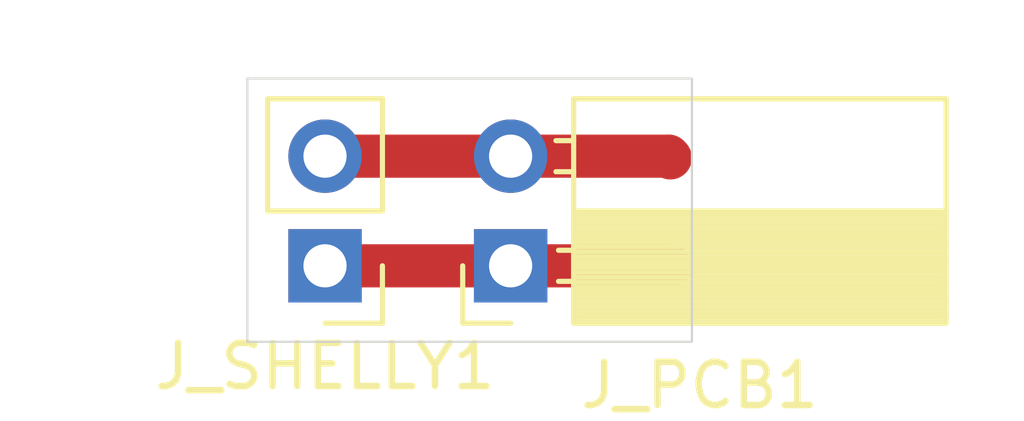
<source format=kicad_pcb>
(kicad_pcb (version 20240108) (generator "pcbnew") (generator_version "8.0")
  (layers (0 "F.Cu" signal) (31 "B.Cu" signal) (34 "B.Paste" user) (35 "F.Paste" user) (36 "B.SilkS" user "B.Silkscreen") (37 "F.SilkS" user "F.Silkscreen") (38 "B.Mask" user) (39 "F.Mask" user) (44 "Edge.Cuts" user))
  (net 0 "")
  (net 1 "Net-(J_PCB1-Pin_2)")
  (net 2 "Net-(J_PCB1-Pin_1)")
  (footprint "Connector_PinHeader_2.54mm:PinHeader_1x02_P2.54mm_Vertical" (layer "F.Cu") (at 1.8 4.34 180)
    (property "Reference" "J_SHELLY1" (at 0 -2.33 360) (layer "F.SilkS"))
    (property "Value" "Conn_01x02_Socket")
    (fp_line (start 1.33 1.27) (end 1.33 3.87) (stroke (width 0.12)) (layer "F.SilkS"))
    (fp_line (start -1.33 3.87) (end 1.33 3.87) (stroke (width 0.12)) (layer "F.SilkS"))
    (fp_line (start -1.33 1.27) (end 1.33 1.27) (stroke (width 0.12)) (layer "F.SilkS"))
    (fp_line (start -1.33 1.27) (end -1.33 3.87) (stroke (width 0.12)) (layer "F.SilkS"))
    (fp_line (start -1.33 0) (end -1.33 -1.33) (stroke (width 0.12)) (layer "F.SilkS"))
    (fp_line (start -1.33 -1.33) (end 0 -1.33) (stroke (width 0.12)) (layer "F.SilkS"))
    (pad "1" thru_hole rect (at 0 0 180) (size 1.7 1.7) (drill 1) (layers "*.Cu" "*.Mask") (net 2 "Net-(J_PCB1-Pin_1)"))
    (pad "2" thru_hole oval (at 0 2.54 180) (size 1.7 1.7) (drill 1) (layers "*.Cu" "*.Mask") (net 1 "Net-(J_PCB1-Pin_2)"))
  )
  (footprint "Connector_PinSocket_2.54mm:PinSocket_1x02_P2.54mm_Horizontal" (layer "F.Cu") (at 6.1 4.34 180)
    (property "Reference" "J_PCB1" (at -4.38 -2.77 0) (layer "F.SilkS"))
    (property "Value" "Conn_01x02_Socket")
    (fp_line (start 1.11 -1.33) (end 1.11 0) (stroke (width 0.12)) (layer "F.SilkS"))
    (fp_line (start 0 -1.33) (end 1.11 -1.33) (stroke (width 0.12)) (layer "F.SilkS"))
    (fp_line (start -1.46 2.9) (end -1.05 2.9) (stroke (width 0.12)) (layer "F.SilkS"))
    (fp_line (start -1.46 2.18) (end -1.05 2.18) (stroke (width 0.12)) (layer "F.SilkS"))
    (fp_line (start -1.46 0.36) (end -1.11 0.36) (stroke (width 0.12)) (layer "F.SilkS"))
    (fp_line (start -1.46 -0.36) (end -1.11 -0.36) (stroke (width 0.12)) (layer "F.SilkS"))
    (fp_line (start -1.46 -1.33) (end -1.46 3.87) (stroke (width 0.12)) (layer "F.SilkS"))
    (fp_line (start -10.09 3.87) (end -1.46 3.87) (stroke (width 0.12)) (layer "F.SilkS"))
    (fp_line (start -10.09 1.27) (end -1.46 1.27) (stroke (width 0.12)) (layer "F.SilkS"))
    (fp_line (start -10.09 1.1519) (end -1.46 1.1519) (stroke (width 0.12)) (layer "F.SilkS"))
    (fp_line (start -10.09 1.033805) (end -1.46 1.033805) (stroke (width 0.12)) (layer "F.SilkS"))
    (fp_line (start -10.09 0.91571) (end -1.46 0.91571) (stroke (width 0.12)) (layer "F.SilkS"))
    (fp_line (start -10.09 0.797615) (end -1.46 0.797615) (stroke (width 0.12)) (layer "F.SilkS"))
    (fp_line (start -10.09 0.67952) (end -1.46 0.67952) (stroke (width 0.12)) (layer "F.SilkS"))
    (fp_line (start -10.09 0.561425) (end -1.46 0.561425) (stroke (width 0.12)) (layer "F.SilkS"))
    (fp_line (start -10.09 0.44333) (end -1.46 0.44333) (stroke (width 0.12)) (layer "F.SilkS"))
    (fp_line (start -10.09 0.325235) (end -1.46 0.325235) (stroke (width 0.12)) (layer "F.SilkS"))
    (fp_line (start -10.09 0.20714) (end -1.46 0.20714) (stroke (width 0.12)) (layer "F.SilkS"))
    (fp_line (start -10.09 0.089045) (end -1.46 0.089045) (stroke (width 0.12)) (layer "F.SilkS"))
    (fp_line (start -10.09 -0.02905) (end -1.46 -0.02905) (stroke (width 0.12)) (layer "F.SilkS"))
    (fp_line (start -10.09 -0.147145) (end -1.46 -0.147145) (stroke (width 0.12)) (layer "F.SilkS"))
    (fp_line (start -10.09 -0.26524) (end -1.46 -0.26524) (stroke (width 0.12)) (layer "F.SilkS"))
    (fp_line (start -10.09 -0.383335) (end -1.46 -0.383335) (stroke (width 0.12)) (layer "F.SilkS"))
    (fp_line (start -10.09 -0.50143) (end -1.46 -0.50143) (stroke (width 0.12)) (layer "F.SilkS"))
    (fp_line (start -10.09 -0.619525) (end -1.46 -0.619525) (stroke (width 0.12)) (layer "F.SilkS"))
    (fp_line (start -10.09 -0.73762) (end -1.46 -0.73762) (stroke (width 0.12)) (layer "F.SilkS"))
    (fp_line (start -10.09 -0.855715) (end -1.46 -0.855715) (stroke (width 0.12)) (layer "F.SilkS"))
    (fp_line (start -10.09 -0.97381) (end -1.46 -0.97381) (stroke (width 0.12)) (layer "F.SilkS"))
    (fp_line (start -10.09 -1.091905) (end -1.46 -1.091905) (stroke (width 0.12)) (layer "F.SilkS"))
    (fp_line (start -10.09 -1.21) (end -1.46 -1.21) (stroke (width 0.12)) (layer "F.SilkS"))
    (fp_line (start -10.09 -1.33) (end -1.46 -1.33) (stroke (width 0.12)) (layer "F.SilkS"))
    (fp_line (start -10.09 -1.33) (end -10.09 3.87) (stroke (width 0.12)) (layer "F.SilkS"))
    (pad "1" thru_hole rect (at 0 0 180) (size 1.7 1.7) (drill 1) (layers "*.Cu" "*.Mask") (net 2 "Net-(J_PCB1-Pin_1)"))
    (pad "2" thru_hole oval (at 0 2.54 180) (size 1.7 1.7) (drill 1) (layers "*.Cu" "*.Mask") (net 1 "Net-(J_PCB1-Pin_2)"))
  )
  (gr_rect (start 0 0) (end 10.3 6.1) (stroke (width 0.05)) (fill none) (layer "Edge.Cuts"))
  (segment (start 6.1 1.8) (end 9.76 1.8) (width 1) (layer "F.Cu") (net 1))
  (segment (start 9.76 1.8) (end 9.8 1.84) (width 1) (layer "F.Cu") (net 1))
  (segment (start 6.025 1.875) (end 6.1 1.8) (width 1) (layer "F.Cu") (net 1))
  (segment (start 1.8 1.8) (end 6.1 1.8) (width 1) (layer "F.Cu") (net 1))
  (segment (start 1.8 4.34) (end 6.1 4.34) (width 1) (layer "F.Cu") (net 2))
  (segment (start 6.025 4.415) (end 6.1 4.34) (width 1) (layer "F.Cu") (net 2))
  (segment (start 6.1 4.34) (end 9.8 4.34) (width 1) (layer "F.Cu") (net 2))
)
</source>
